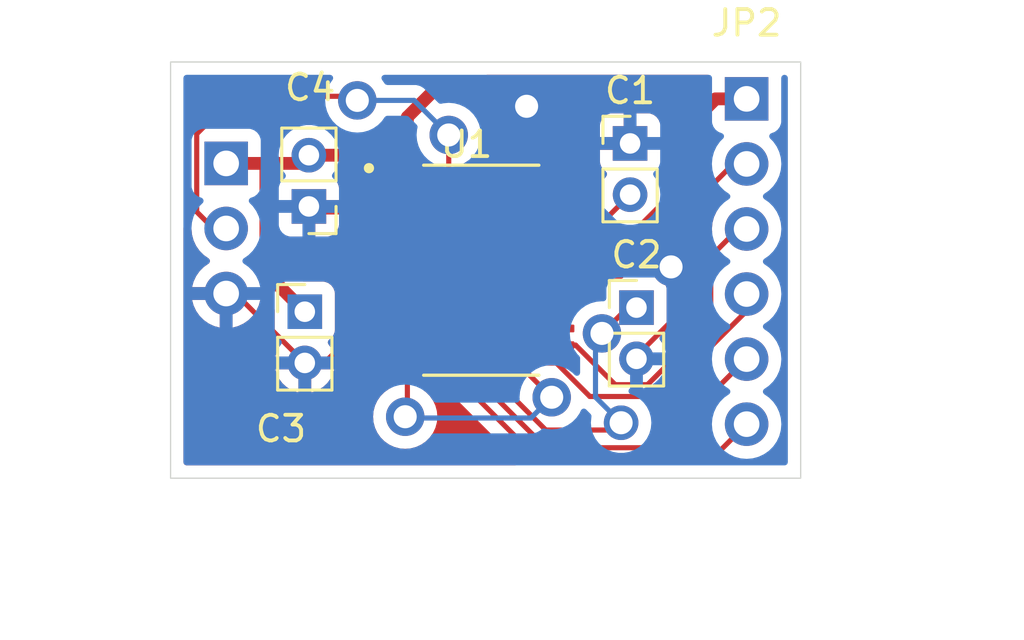
<source format=kicad_pcb>
(kicad_pcb (version 20240108) (generator "pcbnew") (generator_version "8.0")
  (title_block (title "Team 3 - COATL Aircraft Schematic") (date "2025-03-11") (rev "2") (company "Annika Boyd, Eisa Alsharifi, Felix Moss, Nathan Truong"))
  (layers (0 "F.Cu" signal) (31 "B.Cu" signal) (34 "B.Paste" user) (35 "F.Paste" user) (36 "B.SilkS" user "B.Silkscreen") (37 "F.SilkS" user "F.Silkscreen") (38 "B.Mask" user) (39 "F.Mask" user) (44 "Edge.Cuts" user))
  (net 0 "")
  (net 5 "/AVDD")
  (net 6 "/CH0")
  (net 7 "/DIN")
  (net 8 "/DVDD")
  (net 9 "/DGND")
  (net 10 "/SCLK")
  (net 11 "Net-(U1-REF)")
  (net 12 "Net-(U1-REFCAP)")
  (net 13 "/DOUT")
  (net 14 "GND")
  (net 15 "/CS*")
  (footprint "Connector_PinHeader_2.00mm:PinHeader_1x02_P2.00mm_Vertical" (layer "F.Cu") (at 63.09 30.37 180)
    (property "Reference" "C4" (at -0.05 4.64 180) (layer "F.SilkS"))
    (property "Value" "10uF")
    (fp_line (start 1.06 1) (end 1.06 3.06) (stroke (width 0.12)) (layer "F.SilkS"))
    (fp_line (start -1.06 3.06) (end 1.06 3.06) (stroke (width 0.12)) (layer "F.SilkS"))
    (fp_line (start -1.06 1) (end 1.06 1) (stroke (width 0.12)) (layer "F.SilkS"))
    (fp_line (start -1.06 1) (end -1.06 3.06) (stroke (width 0.12)) (layer "F.SilkS"))
    (fp_line (start -1.06 0) (end -1.06 -1.06) (stroke (width 0.12)) (layer "F.SilkS"))
    (fp_line (start -1.06 -1.06) (end 0 -1.06) (stroke (width 0.12)) (layer "F.SilkS"))
    (pad "1" thru_hole rect (at 0 0 180) (size 1.35 1.35) (drill 0.8) (layers "*.Cu" "*.Mask") (net 14 "GND"))
    (pad "2" thru_hole oval (at 0 2 180) (size 1.35 1.35) (drill 0.8) (layers "*.Cu" "*.Mask") (net 5 "/AVDD"))
  )
  (footprint "MAX1032:SOP65P640X110-24N" (layer "F.Cu") (at 69.82 32.86)
    (property "Reference" "U1" (at -0.575 -4.912 0) (layer "F.SilkS"))
    (property "Value" "MAX1032BEUG_")
    (fp_line (start -2.25 -4.1) (end 2.25 -4.1) (stroke (width 0.127)) (layer "F.SilkS"))
    (fp_line (start -2.25 4.1) (end 2.25 4.1) (stroke (width 0.127)) (layer "F.SilkS"))
    (fp_circle (center -4.385 -3.985) (end -4.285 -3.985) (stroke (width 0.2)) (fill none) (layer "F.SilkS"))
    (pad "1" smd roundrect (at -2.885 -3.575) (size 1.5 0.3) (layers "F.Cu" "F.Paste" "F.Mask") (roundrect_rratio 0.125) (net 5 "/AVDD"))
    (pad "2" smd roundrect (at -2.885 -2.925) (size 1.5 0.3) (layers "F.Cu" "F.Paste" "F.Mask") (roundrect_rratio 0.125) (net 6 "/CH0"))
    (pad "3" smd roundrect (at -2.885 -2.275) (size 1.5 0.3) (layers "F.Cu" "F.Paste" "F.Mask") (roundrect_rratio 0.125) (net 14 "GND"))
    (pad "4" smd roundrect (at -2.885 -1.625) (size 1.5 0.3) (layers "F.Cu" "F.Paste" "F.Mask") (roundrect_rratio 0.125) (net 14 "GND"))
    (pad "5" smd roundrect (at -2.885 -0.975) (size 1.5 0.3) (layers "F.Cu" "F.Paste" "F.Mask") (roundrect_rratio 0.125) (net 14 "GND"))
    (pad "6" smd roundrect (at -2.885 -0.325) (size 1.5 0.3) (layers "F.Cu" "F.Paste" "F.Mask") (roundrect_rratio 0.125))
    (pad "7" smd roundrect (at -2.885 0.325) (size 1.5 0.3) (layers "F.Cu" "F.Paste" "F.Mask") (roundrect_rratio 0.125))
    (pad "8" smd roundrect (at -2.885 0.975) (size 1.5 0.3) (layers "F.Cu" "F.Paste" "F.Mask") (roundrect_rratio 0.125))
    (pad "9" smd roundrect (at -2.885 1.625) (size 1.5 0.3) (layers "F.Cu" "F.Paste" "F.Mask") (roundrect_rratio 0.125))
    (pad "10" smd roundrect (at -2.885 2.275) (size 1.5 0.3) (layers "F.Cu" "F.Paste" "F.Mask") (roundrect_rratio 0.125) (net 15 "/CS*"))
    (pad "11" smd roundrect (at -2.885 2.925) (size 1.5 0.3) (layers "F.Cu" "F.Paste" "F.Mask") (roundrect_rratio 0.125) (net 7 "/DIN"))
    (pad "12" smd roundrect (at -2.885 3.575) (size 1.5 0.3) (layers "F.Cu" "F.Paste" "F.Mask") (roundrect_rratio 0.125) (net 9 "/DGND"))
    (pad "13" smd roundrect (at 2.885 3.575) (size 1.5 0.3) (layers "F.Cu" "F.Paste" "F.Mask") (roundrect_rratio 0.125) (net 10 "/SCLK"))
    (pad "14" smd roundrect (at 2.885 2.925) (size 1.5 0.3) (layers "F.Cu" "F.Paste" "F.Mask") (roundrect_rratio 0.125) (net 13 "/DOUT"))
    (pad "15" smd roundrect (at 2.885 2.275) (size 1.5 0.3) (layers "F.Cu" "F.Paste" "F.Mask") (roundrect_rratio 0.125) (net 9 "/DGND"))
    (pad "16" smd roundrect (at 2.885 1.625) (size 1.5 0.3) (layers "F.Cu" "F.Paste" "F.Mask") (roundrect_rratio 0.125) (net 9 "/DGND"))
    (pad "17" smd roundrect (at 2.885 0.975) (size 1.5 0.3) (layers "F.Cu" "F.Paste" "F.Mask") (roundrect_rratio 0.125) (net 8 "/DVDD"))
    (pad "18" smd roundrect (at 2.885 0.325) (size 1.5 0.3) (layers "F.Cu" "F.Paste" "F.Mask") (roundrect_rratio 0.125) (net 8 "/DVDD"))
    (pad "19" smd roundrect (at 2.885 -0.325) (size 1.5 0.3) (layers "F.Cu" "F.Paste" "F.Mask") (roundrect_rratio 0.125) (net 12 "Net-(U1-REFCAP)"))
    (pad "20" smd roundrect (at 2.885 -0.975) (size 1.5 0.3) (layers "F.Cu" "F.Paste" "F.Mask") (roundrect_rratio 0.125) (net 11 "Net-(U1-REF)"))
    (pad "21" smd roundrect (at 2.885 -1.625) (size 1.5 0.3) (layers "F.Cu" "F.Paste" "F.Mask") (roundrect_rratio 0.125) (net 14 "GND"))
    (pad "22" smd roundrect (at 2.885 -2.275) (size 1.5 0.3) (layers "F.Cu" "F.Paste" "F.Mask") (roundrect_rratio 0.125) (net 5 "/AVDD"))
    (pad "23" smd roundrect (at 2.885 -2.925) (size 1.5 0.3) (layers "F.Cu" "F.Paste" "F.Mask") (roundrect_rratio 0.125) (net 14 "GND"))
    (pad "24" smd roundrect (at 2.885 -3.575) (size 1.5 0.3) (layers "F.Cu" "F.Paste" "F.Mask") (roundrect_rratio 0.125) (net 14 "GND"))
  )
  (footprint "Connector_PinHeader_2.00mm:PinHeader_1x02_P2.00mm_Vertical" (layer "F.Cu") (at 62.93 34.48)
    (property "Reference" "C3" (at -0.93 4.57 0) (layer "F.SilkS"))
    (property "Value" "0.1uF")
    (fp_line (start -1.06 -1.06) (end 0 -1.06) (stroke (width 0.12)) (layer "F.SilkS"))
    (fp_line (start -1.06 0) (end -1.06 -1.06) (stroke (width 0.12)) (layer "F.SilkS"))
    (fp_line (start -1.06 1) (end -1.06 3.06) (stroke (width 0.12)) (layer "F.SilkS"))
    (fp_line (start -1.06 1) (end 1.06 1) (stroke (width 0.12)) (layer "F.SilkS"))
    (fp_line (start -1.06 3.06) (end 1.06 3.06) (stroke (width 0.12)) (layer "F.SilkS"))
    (fp_line (start 1.06 1) (end 1.06 3.06) (stroke (width 0.12)) (layer "F.SilkS"))
    (pad "1" thru_hole rect (at 0 0) (size 1.35 1.35) (drill 0.8) (layers "*.Cu" "*.Mask") (net 5 "/AVDD"))
    (pad "2" thru_hole oval (at 0 2) (size 1.35 1.35) (drill 0.8) (layers "*.Cu" "*.Mask") (net 14 "GND"))
  )
  (footprint "Connector_PinHeader_2.00mm:PinHeader_1x02_P2.00mm_Vertical" (layer "F.Cu") (at 75.63 27.91)
    (property "Reference" "C1" (at 0 -2.06 0) (layer "F.SilkS"))
    (property "Value" "0.1uF")
    (fp_line (start -1.06 -1.06) (end 0 -1.06) (stroke (width 0.12)) (layer "F.SilkS"))
    (fp_line (start -1.06 0) (end -1.06 -1.06) (stroke (width 0.12)) (layer "F.SilkS"))
    (fp_line (start -1.06 1) (end -1.06 3.06) (stroke (width 0.12)) (layer "F.SilkS"))
    (fp_line (start -1.06 1) (end 1.06 1) (stroke (width 0.12)) (layer "F.SilkS"))
    (fp_line (start -1.06 3.06) (end 1.06 3.06) (stroke (width 0.12)) (layer "F.SilkS"))
    (fp_line (start 1.06 1) (end 1.06 3.06) (stroke (width 0.12)) (layer "F.SilkS"))
    (pad "1" thru_hole rect (at 0 0) (size 1.35 1.35) (drill 0.8) (layers "*.Cu" "*.Mask") (net 14 "GND"))
    (pad "2" thru_hole oval (at 0 2) (size 1.35 1.35) (drill 0.8) (layers "*.Cu" "*.Mask") (net 11 "Net-(U1-REF)"))
  )
  (footprint "Connector_PinHeader_2.00mm:PinHeader_1x02_P2.00mm_Vertical" (layer "F.Cu") (at 75.88 34.32)
    (property "Reference" "C2" (at 0 -2.06 0) (layer "F.SilkS"))
    (property "Value" "1uF")
    (fp_line (start -1.06 -1.06) (end 0 -1.06) (stroke (width 0.12)) (layer "F.SilkS"))
    (fp_line (start -1.06 0) (end -1.06 -1.06) (stroke (width 0.12)) (layer "F.SilkS"))
    (fp_line (start -1.06 1) (end -1.06 3.06) (stroke (width 0.12)) (layer "F.SilkS"))
    (fp_line (start -1.06 1) (end 1.06 1) (stroke (width 0.12)) (layer "F.SilkS"))
    (fp_line (start -1.06 3.06) (end 1.06 3.06) (stroke (width 0.12)) (layer "F.SilkS"))
    (fp_line (start 1.06 1) (end 1.06 3.06) (stroke (width 0.12)) (layer "F.SilkS"))
    (pad "1" thru_hole rect (at 0 0) (size 1.35 1.35) (drill 0.8) (layers "*.Cu" "*.Mask") (net 12 "Net-(U1-REFCAP)"))
    (pad "2" thru_hole oval (at 0 2) (size 1.35 1.35) (drill 0.8) (layers "*.Cu" "*.Mask") (net 14 "GND"))
  )
  (footprint "Connector_PinHeader_2.54mm:PinHeader_1x03_P2.54mm_Horizontal" (layer "F.Cu") (at 59.86 28.69)
    (property "Reference" "JP1" (hide yes))
    (property "Value" "HEADER-1X3")
    (pad "1" thru_hole rect (at 0 0) (size 1.7 1.7) (drill 1) (layers "*.Cu" "*.Mask") (net 5 "/AVDD"))
    (pad "2" thru_hole oval (at 0 2.54) (size 1.7 1.7) (drill 1) (layers "*.Cu" "*.Mask") (net 6 "/CH0"))
    (pad "3" thru_hole oval (at 0 5.08) (size 1.7 1.7) (drill 1) (layers "*.Cu" "*.Mask") (net 14 "GND"))
  )
  (footprint "Connector_PinHeader_2.54mm:PinHeader_1x06_P2.54mm_Horizontal" (layer "F.Cu") (at 80.18 26.17)
    (property "Reference" "JP2" (at 0 -2.96 0) (layer "F.SilkS"))
    (property "Value" "HEADER-1X6")
    (pad "1" thru_hole rect (at 0 0) (size 1.7 1.7) (drill 1) (layers "*.Cu" "*.Mask") (net 8 "/DVDD"))
    (pad "2" thru_hole oval (at 0 2.54) (size 1.7 1.7) (drill 1) (layers "*.Cu" "*.Mask") (net 9 "/DGND"))
    (pad "3" thru_hole oval (at 0 5.08) (size 1.7 1.7) (drill 1) (layers "*.Cu" "*.Mask") (net 13 "/DOUT"))
    (pad "4" thru_hole oval (at 0 7.62) (size 1.7 1.7) (drill 1) (layers "*.Cu" "*.Mask") (net 10 "/SCLK"))
    (pad "5" thru_hole oval (at 0 10.16) (size 1.7 1.7) (drill 1) (layers "*.Cu" "*.Mask") (net 15 "/CS*"))
    (pad "6" thru_hole oval (at 0 12.7) (size 1.7 1.7) (drill 1) (layers "*.Cu" "*.Mask") (net 7 "/DIN"))
  )
  (gr_rect (start 57.69 24.73) (end 82.29 40.98) (stroke (width 0.05)) (fill none) (layer "Edge.Cuts"))
  (segment (start 70.205 29.495) (end 70.205 26.745) (width 0.5) (layer "F.Cu") (net 5))
  (segment (start 70.205 26.745) (end 69.37 25.91) (width 0.5) (layer "F.Cu") (net 5))
  (segment (start 69.37 25.91) (end 67.905 25.91) (width 0.5) (layer "F.Cu") (net 5))
  (segment (start 66.02 28.37) (end 66.935 29.285) (width 0.5) (layer "F.Cu") (net 5))
  (segment (start 61.41 32.96) (end 62.93 34.48) (width 0.5) (layer "F.Cu") (net 5))
  (segment (start 72.705 30.585) (end 71.295 30.585) (width 0.5) (layer "F.Cu") (net 5))
  (segment (start 61.41 28.69) (end 61.41 32.96) (width 0.5) (layer "F.Cu") (net 5))
  (segment (start 71.295 30.585) (end 70.205 29.495) (width 0.5) (layer "F.Cu") (net 5))
  (segment (start 61.41 28.69) (end 62.77 28.69) (width 0.5) (layer "F.Cu") (net 5))
  (segment (start 59.86 28.69) (end 61.41 28.69) (width 0.5) (layer "F.Cu") (net 5))
  (segment (start 67.905 25.91) (end 66.935 26.88) (width 0.5) (layer "F.Cu") (net 5))
  (segment (start 66.935 26.88) (end 66.935 29.285) (width 0.5) (layer "F.Cu") (net 5))
  (segment (start 62.77 28.69) (end 63.09 28.37) (width 0.5) (layer "F.Cu") (net 5))
  (segment (start 63.09 28.37) (end 66.02 28.37) (width 0.5) (layer "F.Cu") (net 5))
  (segment (start 59.36 31.23) (end 59.86 31.23) (width 0.2) (layer "F.Cu") (net 6))
  (segment (start 58.71 27.54) (end 58.71 30.58) (width 0.2) (layer "F.Cu") (net 6))
  (segment (start 66.281664 29.935) (end 66.935 29.935) (width 0.2) (layer "F.Cu") (net 6))
  (segment (start 68.55 29.07) (end 67.685 29.935) (width 0.2) (layer "F.Cu") (net 6))
  (segment (start 58.71 30.58) (end 59.36 31.23) (width 0.2) (layer "F.Cu") (net 6))
  (segment (start 60.18 26.07) (end 58.71 27.54) (width 0.2) (layer "F.Cu") (net 6))
  (segment (start 64.82 26.07) (end 60.18 26.07) (width 0.2) (layer "F.Cu") (net 6))
  (segment (start 68.55 27.58) (end 68.55 29.07) (width 0.2) (layer "F.Cu") (net 6))
  (segment (start 67.685 29.935) (end 66.935 29.935) (width 0.2) (layer "F.Cu") (net 6))
  (segment (start 64.98 26.23) (end 64.82 26.07) (width 0.2) (layer "F.Cu") (net 6))
  (via (at 68.55 27.58) (size 1.5) (drill 0.9) (layers "F.Cu" "B.Cu") (net 6))
  (via (at 64.98 26.23) (size 1.5) (drill 0.9) (layers "F.Cu" "B.Cu") (net 6))
  (segment (start 67.2 26.23) (end 68.55 27.58) (width 0.2) (layer "B.Cu") (net 6))
  (segment (start 64.98 26.23) (end 67.2 26.23) (width 0.2) (layer "B.Cu") (net 6))
  (segment (start 80.18 38.87) (end 78.81 40.24) (width 0.2) (layer "F.Cu") (net 7))
  (segment (start 78.81 40.24) (end 72.043336 40.24) (width 0.2) (layer "F.Cu") (net 7))
  (segment (start 67.588336 35.785) (end 66.935 35.785) (width 0.2) (layer "F.Cu") (net 7))
  (segment (start 72.043336 40.24) (end 67.588336 35.785) (width 0.2) (layer "F.Cu") (net 7))
  (segment (start 80.18 26.17) (end 78.97 26.17) (width 0.5) (layer "F.Cu") (net 8))
  (segment (start 77.47 27.67) (end 77.47 29.88) (width 0.5) (layer "F.Cu") (net 8))
  (segment (start 77.47 29.88) (end 74.81 32.54) (width 0.5) (layer "F.Cu") (net 8))
  (segment (start 72.705 33.185) (end 72.705 33.835) (width 0.5) (layer "F.Cu") (net 8))
  (segment (start 73.865 33.185) (end 72.705 33.185) (width 0.5) (layer "F.Cu") (net 8))
  (segment (start 78.97 26.17) (end 77.47 27.67) (width 0.5) (layer "F.Cu") (net 8))
  (segment (start 74.81 32.54) (end 74.51 32.54) (width 0.5) (layer "F.Cu") (net 8))
  (segment (start 74.51 32.54) (end 73.865 33.185) (width 0.5) (layer "F.Cu") (net 8))
  (segment (start 66.85 38.58) (end 66.935 38.495) (width 0.2) (layer "F.Cu") (net 9))
  (segment (start 80.18 28.71) (end 79.65942 28.71) (width 0.2) (layer "F.Cu") (net 9))
  (segment (start 77.697817 30.671603) (end 75.279421 33.09) (width 0.2) (layer "F.Cu") (net 9))
  (segment (start 66.935 38.495) (end 66.935 36.435) (width 0.2) (layer "F.Cu") (net 9))
  (segment (start 72.705 34.485) (end 72.705 35.135) (width 0.2) (layer "F.Cu") (net 9))
  (segment (start 72.57 37.82) (end 71.51 36.76) (width 0.2) (layer "F.Cu") (net 9))
  (segment (start 73.405664 34.485) (end 72.705 34.485) (width 0.2) (layer "F.Cu") (net 9))
  (segment (start 74.800664 33.09) (end 73.405664 34.485) (width 0.2) (layer "F.Cu") (net 9))
  (segment (start 71.51 35.676664) (end 72.051664 35.135) (width 0.2) (layer "F.Cu") (net 9))
  (segment (start 71.51 36.76) (end 71.51 35.676664) (width 0.2) (layer "F.Cu") (net 9))
  (segment (start 72.051664 35.135) (end 72.705 35.135) (width 0.2) (layer "F.Cu") (net 9))
  (segment (start 79.65942 28.71) (end 77.697817 30.671603) (width 0.2) (layer "F.Cu") (net 9))
  (segment (start 75.279421 33.09) (end 74.800664 33.09) (width 0.2) (layer "F.Cu") (net 9))
  (via (at 66.85 38.58) (size 1.5) (drill 0.9) (layers "F.Cu" "B.Cu") (net 9))
  (via (at 72.57 37.82) (size 1.5) (drill 0.9) (layers "F.Cu" "B.Cu") (net 9))
  (segment (start 72.57 37.82) (end 71.76 38.63) (width 0.2) (layer "B.Cu") (net 9))
  (segment (start 71.76 38.63) (end 66.9 38.63) (width 0.2) (layer "B.Cu") (net 9))
  (segment (start 66.9 38.63) (end 66.85 38.58) (width 0.2) (layer "B.Cu") (net 9))
  (segment (start 74.06 37.79) (end 72.705 36.435) (width 0.2) (layer "F.Cu") (net 10))
  (segment (start 76.84 37.79) (end 74.06 37.79) (width 0.2) (layer "F.Cu") (net 10))
  (segment (start 80.18 33.79) (end 80.18 34.45) (width 0.2) (layer "F.Cu") (net 10))
  (segment (start 80.18 34.45) (end 76.84 37.79) (width 0.2) (layer "F.Cu") (net 10))
  (segment (start 73.655 31.885) (end 72.705 31.885) (width 0.2) (layer "F.Cu") (net 11))
  (segment (start 75.63 29.91) (end 73.655 31.885) (width 0.2) (layer "F.Cu") (net 11))
  (segment (start 74.995 39.1) (end 72.34 39.1) (width 0.2) (layer "F.Cu") (net 12))
  (segment (start 72.34 39.1) (end 70.48 37.24) (width 0.2) (layer "F.Cu") (net 12))
  (segment (start 75.28 38.815) (end 74.995 39.1) (width 0.2) (layer "F.Cu") (net 12))
  (segment (start 70.48 37.24) (end 70.48 34.106664) (width 0.2) (layer "F.Cu") (net 12))
  (segment (start 74.532463 35.327537) (end 75.39 34.47) (width 0.2) (layer "F.Cu") (net 12))
  (segment (start 70.48 34.106664) (end 72.051664 32.535) (width 0.2) (layer "F.Cu") (net 12))
  (segment (start 75.39 34.47) (end 75.6168 34.47) (width 0.2) (layer "F.Cu") (net 12))
  (segment (start 72.051664 32.535) (end 72.705 32.535) (width 0.2) (layer "F.Cu") (net 12))
  (via (at 75.28 38.815) (size 1.35) (drill 0.9) (layers "F.Cu" "B.Cu") (net 12))
  (via (at 74.532463 35.327537) (size 1.5) (drill 0.9) (layers "F.Cu" "B.Cu") (net 12))
  (segment (start 74.28 35.58) (end 74.532463 35.327537) (width 0.2) (layer "B.Cu") (net 12))
  (segment (start 74.28 37.815) (end 74.28 35.58) (width 0.2) (layer "B.Cu") (net 12))
  (segment (start 75.28 38.815) (end 74.28 37.815) (width 0.2) (layer "B.Cu") (net 12))
  (segment (start 78.78 34.86) (end 76.311747 37.328253) (width 0.2) (layer "F.Cu") (net 13))
  (segment (start 79.85 31.25) (end 78.78 32.32) (width 0.2) (layer "F.Cu") (net 13))
  (segment (start 80.18 31.25) (end 79.85 31.25) (width 0.2) (layer "F.Cu") (net 13))
  (segment (start 76.311747 37.328253) (end 75.048253 37.328253) (width 0.2) (layer "F.Cu") (net 13))
  (segment (start 78.78 32.32) (end 78.78 34.86) (width 0.2) (layer "F.Cu") (net 13))
  (segment (start 73.505 35.785) (end 72.705 35.785) (width 0.2) (layer "F.Cu") (net 13))
  (segment (start 75.048253 37.328253) (end 73.505 35.785) (width 0.2) (layer "F.Cu") (net 13))
  (segment (start 65.71 32.456664) (end 66.281664 31.885) (width 0.2) (layer "F.Cu") (net 14))
  (segment (start 77.23 32.73) (end 77.23 34.86) (width 0.2) (layer "F.Cu") (net 14))
  (segment (start 75.63 27.91) (end 74.08 27.91) (width 0.2) (layer "F.Cu") (net 14))
  (segment (start 73.93 31.000664) (end 73.695664 31.235) (width 0.2) (layer "F.Cu") (net 14))
  (segment (start 59.86 33.77) (end 60.22 33.77) (width 0.2) (layer "F.Cu") (net 14))
  (segment (start 73.695664 31.235) (end 72.705 31.235) (width 0.2) (layer "F.Cu") (net 14))
  (segment (start 72.49 28.67) (end 72.49 29.07) (width 0.2) (layer "F.Cu") (net 14))
  (segment (start 63.09 30.37) (end 63.305 30.585) (width 0.2) (layer "F.Cu") (net 14))
  (segment (start 60.2 33.77) (end 59.86 33.77) (width 0.2) (layer "F.Cu") (net 14))
  (segment (start 77.23 34.86) (end 75.88 36.21) (width 0.2) (layer "F.Cu") (net 14))
  (segment (start 71.59 27.77) (end 72.49 28.67) (width 0.2) (layer "F.Cu") (net 14))
  (segment (start 66.935 31.235) (end 66.935 30.585) (width 0.2) (layer "F.Cu") (net 14))
  (segment (start 72.705 29.935) (end 73.405664 29.935) (width 0.2) (layer "F.Cu") (net 14))
  (segment (start 63.69 36.48) (end 65.71 34.46) (width 0.2) (layer "F.Cu") (net 14))
  (segment (start 66.935 31.885) (end 66.935 31.235) (width 0.2) (layer "F.Cu") (net 14))
  (segment (start 72.705 31.235) (end 66.935 31.235) (width 0.2) (layer "F.Cu") (net 14))
  (segment (start 66.277486 31.885) (end 66.935 31.885) (width 0.2) (layer "F.Cu") (net 14))
  (segment (start 72.705 29.285) (end 72.705 29.935) (width 0.2) (layer "F.Cu") (net 14))
  (segment (start 75.88 36.21) (end 75.88 36.32) (width 0.2) (layer "F.Cu") (net 14))
  (segment (start 66.281664 31.885) (end 66.935 31.885) (width 0.2) (layer "F.Cu") (net 14))
  (segment (start 60.22 33.77) (end 62.93 36.48) (width 0.2) (layer "F.Cu") (net 14))
  (segment (start 73.93 30.459336) (end 73.93 31.000664) (width 0.2) (layer "F.Cu") (net 14))
  (segment (start 74.08 27.91) (end 72.705 29.285) (width 0.2) (layer "F.Cu") (net 14))
  (segment (start 63.305 30.585) (end 66.935 30.585) (width 0.2) (layer "F.Cu") (net 14))
  (segment (start 72.49 29.07) (end 72.705 29.285) (width 0.2) (layer "F.Cu") (net 14))
  (segment (start 62.93 36.48) (end 63.69 36.48) (width 0.2) (layer "F.Cu") (net 14))
  (segment (start 73.405664 29.935) (end 73.93 30.459336) (width 0.2) (layer "F.Cu") (net 14))
  (segment (start 65.71 34.46) (end 65.71 32.456664) (width 0.2) (layer "F.Cu") (net 14))
  (segment (start 71.59 26.46) (end 71.59 27.77) (width 0.2) (layer "F.Cu") (net 14))
  (via (at 71.59 26.46) (size 1.5) (drill 0.9) (layers "F.Cu" "B.Cu") (net 14))
  (via (at 77.23 32.73) (size 1.5) (drill 0.9) (layers "F.Cu" "B.Cu") (net 14))
  (segment (start 77.23 32.73) (end 76.78 32.73) (width 0.2) (layer "B.Cu") (net 14))
  (segment (start 74.46 29.33) (end 71.59 26.46) (width 0.2) (layer "B.Cu") (net 14))
  (segment (start 74.46 30.41) (end 74.46 29.33) (width 0.2) (layer "B.Cu") (net 14))
  (segment (start 76.78 32.73) (end 74.46 30.41) (width 0.2) (layer "B.Cu") (net 14))
  (segment (start 80.18 36.33) (end 80.16 36.33) (width 0.2) (layer "F.Cu") (net 15))
  (segment (start 67.685 35.135) (end 66.935 35.135) (width 0.2) (layer "F.Cu") (net 15))
  (segment (start 80.16 36.33) (end 76.7 39.79) (width 0.2) (layer "F.Cu") (net 15))
  (segment (start 72.34 39.79) (end 67.685 35.135) (width 0.2) (layer "F.Cu") (net 15))
  (segment (start 76.7 39.79) (end 72.34 39.79) (width 0.2) (layer "F.Cu") (net 15))
  (zone (net 14) (net_name "GND") (layers "F&B.Cu") (connect_pads (clearance 0.5)) (min_thickness 0.25) (fill yes (thermal_gap 0.5) (thermal_bridge_width 0.5))
    (polygon (pts (xy 51.03 22.31) (xy 91.03 22.31) (xy 91.03 47.31) (xy 51.03 47.31)))
  )
)
</source>
